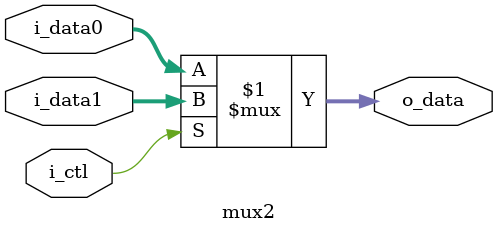
<source format=v>
module mux2(i_data0, i_data1, i_ctl, o_data);

	input	[31:0] i_data0, i_data1;
	input	i_ctl;

	output	[31:0] o_data;

	assign o_data = i_ctl ? i_data1 : i_data0;

endmodule

</source>
